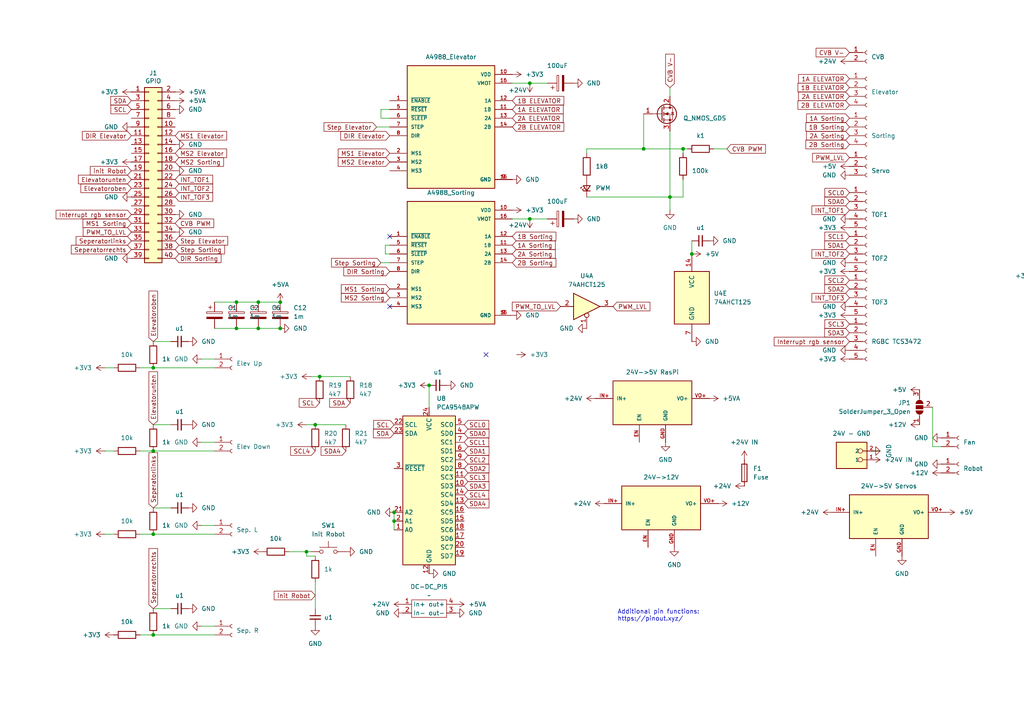
<source format=kicad_sch>
(kicad_sch (version 20250114) (generator "eeschema") (generator_version "9.0")
  (paper "A4")
  (title_block (date "15 nov 2012"))
  (text "Additional pin functions:\nhttps://pinout.xyz/" (at 179.07 180.34 0) (effects (font (size 1.27 1.27)) (justify left bottom)))
  (junction (at 332.74 95.25))
  (junction (at 68.58 95.25))
  (junction (at 334.01 101.6))
  (junction (at 341.63 101.6))
  (junction (at 44.45 184.15))
  (junction (at 44.45 154.94))
  (junction (at 200.66 73.66))
  (junction (at 153.67 24.13))
  (junction (at -39.37 91.44))
  (junction (at 303.53 85.09))
  (junction (at 81.28 95.25))
  (junction (at 124.46 111.76))
  (junction (at 114.3 148.59))
  (junction (at 186.69 43.18))
  (junction (at 332.74 100.33))
  (junction (at 198.12 43.18))
  (junction (at 92.71 109.22))
  (junction (at 341.63 80.01))
  (junction (at 320.04 114.3))
  (junction (at 309.88 80.01))
  (junction (at 303.53 80.01))
  (junction (at 91.44 123.19))
  (junction (at 88.9 160.02))
  (junction (at 332.74 88.9))
  (junction (at -39.37 59.69))
  (junction (at 332.74 93.98))
  (junction (at 74.93 95.25))
  (junction (at 317.5 114.3))
  (junction (at 44.45 130.81))
  (junction (at 114.3 151.13))
  (junction (at -39.37 76.2))
  (junction (at 194.31 57.15))
  (junction (at 81.28 87.63))
  (junction (at 44.45 106.68))
  (junction (at 153.67 63.5))
  (junction (at 74.93 87.63))
  (junction (at 330.2 114.3))
  (junction (at 334.01 114.3))
  (junction (at 68.58 87.63))
  (no_connect (at 307.34 100.33))
  (no_connect (at 140.97 102.87))
  (no_connect (at 307.34 102.87))
  (no_connect (at 113.03 88.9))
  (no_connect (at 113.03 68.58))
  (no_connect (at 307.34 96.52))
  (wire (pts (xy 199.39 43.18) (xy 198.12 43.18)))
  (wire (pts (xy 40.64 130.81) (xy 44.45 130.81)))
  (wire (pts (xy 110.49 31.75) (xy 110.49 34.29)))
  (wire (pts (xy 332.74 95.25) (xy 337.82 95.25)))
  (wire (pts (xy 330.2 91.44) (xy 330.2 88.9)))
  (wire (pts (xy 91.44 123.19) (xy 100.33 123.19)))
  (wire (pts (xy 341.63 106.68) (xy 341.63 114.3)))
  (wire (pts (xy 337.82 96.52) (xy 337.82 95.25)))
  (wire (pts (xy 349.25 88.9) (xy 345.44 88.9)))
  (wire (pts (xy 332.74 100.33) (xy 337.82 100.33)))
  (wire (pts (xy 110.49 34.29) (xy 113.03 34.29)))
  (wire (pts (xy 186.69 33.02) (xy 186.69 43.18)))
  (wire (pts (xy 92.71 109.22) (xy 101.6 109.22)))
  (wire (pts (xy 320.04 80.01) (xy 341.63 80.01)))
  (wire (pts (xy 345.44 93.98) (xy 347.98 93.98)))
  (wire (pts (xy 320.04 86.36) (xy 320.04 80.01)))
  (wire (pts (xy 270.51 129.54) (xy 270.51 118.11)))
  (wire (pts (xy 44.45 130.81) (xy 62.23 130.81)))
  (wire (pts (xy 334.01 114.3) (xy 330.2 114.3)))
  (wire (pts (xy 62.23 87.63) (xy 68.58 87.63)))
  (wire (pts (xy 255.27 130.81) (xy 252.73 130.81)))
  (wire (pts (xy 307.34 106.68) (xy 307.34 109.22)))
  (wire (pts (xy 91.44 161.29) (xy 88.9 161.29)))
  (wire (pts (xy 153.67 63.5) (xy 158.75 63.5)))
  (wire (pts (xy 303.53 85.09) (xy 309.88 85.09)))
  (wire (pts (xy 68.58 87.63) (xy 74.93 87.63)))
  (wire (pts (xy 113.03 31.75) (xy 110.49 31.75)))
  (wire (pts (xy 40.64 154.94) (xy 44.45 154.94)))
  (wire (pts (xy 58.42 181.61) (xy 62.23 181.61)))
  (wire (pts (xy 341.63 80.01) (xy 351.79 80.01)))
  (wire (pts (xy 148.59 63.5) (xy 153.67 63.5)))
  (wire (pts (xy 346.71 102.87) (xy 346.71 96.52)))
  (wire (pts (xy 111.76 71.12) (xy 111.76 73.66)))
  (wire (pts (xy 153.67 24.13) (xy 158.75 24.13)))
  (wire (pts (xy 74.93 95.25) (xy 81.28 95.25)))
  (wire (pts (xy 30.48 106.68) (xy 33.02 106.68)))
  (wire (pts (xy 114.3 148.59) (xy 114.3 151.13)))
  (wire (pts (xy 345.44 105.41) (xy 351.79 105.41)))
  (wire (pts (xy 320.04 110.49) (xy 320.04 114.3)))
  (wire (pts (xy -31.75 97.79) (xy -39.37 97.79)))
  (wire (pts (xy 330.2 93.98) (xy 332.74 93.98)))
  (wire (pts (xy 44.45 154.94) (xy 62.23 154.94)))
  (wire (pts (xy 170.18 57.15) (xy 194.31 57.15)))
  (wire (pts (xy 351.79 95.25) (xy 360.68 95.25)))
  (wire (pts (xy 255.27 133.35) (xy 252.73 133.35)))
  (wire (pts (xy 113.03 71.12) (xy 111.76 71.12)))
  (wire (pts (xy 307.34 114.3) (xy 317.5 114.3)))
  (wire (pts (xy -39.37 82.55) (xy -39.37 76.2)))
  (wire (pts (xy 330.2 99.06) (xy 330.2 100.33)))
  (wire (pts (xy 44.45 123.19) (xy 49.53 123.19)))
  (wire (pts (xy 200.66 69.85) (xy 200.66 73.66)))
  (wire (pts (xy 317.5 114.3) (xy 317.5 110.49)))
  (wire (pts (xy 194.31 25.4) (xy 194.31 27.94)))
  (wire (pts (xy 194.31 57.15) (xy 194.31 60.96)))
  (wire (pts (xy 337.82 99.06) (xy 337.82 100.33)))
  (wire (pts (xy 62.23 95.25) (xy 68.58 95.25)))
  (wire (pts (xy 68.58 95.25) (xy 74.93 95.25)))
  (wire (pts (xy 88.9 161.29) (xy 88.9 160.02)))
  (wire (pts (xy 58.42 152.4) (xy 62.23 152.4)))
  (wire (pts (xy 332.74 88.9) (xy 337.82 88.9)))
  (wire (pts (xy 44.45 99.06) (xy 49.53 99.06)))
  (wire (pts (xy 74.93 87.63) (xy 81.28 87.63)))
  (wire (pts (xy -39.37 91.44) (xy -39.37 97.79)))
  (wire (pts (xy 111.76 73.66) (xy 113.03 73.66)))
  (wire (pts (xy -39.37 66.04) (xy -39.37 59.69)))
  (wire (pts (xy 194.31 57.15) (xy 198.12 57.15)))
  (wire (pts (xy 349.25 88.9) (xy 349.25 97.79)))
  (wire (pts (xy 332.74 93.98) (xy 337.82 93.98)))
  (wire (pts (xy 194.31 38.1) (xy 194.31 57.15)))
  (wire (pts (xy -31.75 82.55) (xy -39.37 82.55)))
  (wire (pts (xy 90.17 160.02) (xy 88.9 160.02)))
  (wire (pts (xy 124.46 111.76) (xy 124.46 118.11)))
  (wire (pts (xy 109.22 36.83) (xy 113.03 36.83)))
  (wire (pts (xy 330.2 95.25) (xy 332.74 95.25)))
  (wire (pts (xy 309.88 80.01) (xy 317.5 80.01)))
  (wire (pts (xy 88.9 123.19) (xy 91.44 123.19)))
  (wire (pts (xy 186.69 43.18) (xy 198.12 43.18)))
  (wire (pts (xy 91.44 168.91) (xy 91.44 176.53)))
  (wire (pts (xy 170.18 43.18) (xy 170.18 44.45)))
  (wire (pts (xy 207.01 43.18) (xy 210.82 43.18)))
  (wire (pts (xy 44.45 184.15) (xy 62.23 184.15)))
  (wire (pts (xy 330.2 114.3) (xy 320.04 114.3)))
  (wire (pts (xy 44.45 176.53) (xy 49.53 176.53)))
  (wire (pts (xy 347.98 100.33) (xy 351.79 100.33)))
  (wire (pts (xy 351.79 80.01) (xy 351.79 92.71)))
  (wire (pts (xy 198.12 57.15) (xy 198.12 52.07)))
  (wire (pts (xy 88.9 160.02) (xy 83.82 160.02)))
  (wire (pts (xy 334.01 106.68) (xy 334.01 114.3)))
  (wire (pts (xy 317.5 80.01) (xy 317.5 86.36)))
  (wire (pts (xy 351.79 102.87) (xy 346.71 102.87)))
  (wire (pts (xy 330.2 100.33) (xy 332.74 100.33)))
  (wire (pts (xy 334.01 101.6) (xy 341.63 101.6)))
  (wire (pts (xy 341.63 114.3) (xy 334.01 114.3)))
  (wire (pts (xy 40.64 184.15) (xy 44.45 184.15)))
  (wire (pts (xy 90.17 109.22) (xy 92.71 109.22)))
  (wire (pts (xy 347.98 93.98) (xy 347.98 100.33)))
  (wire (pts (xy 346.71 96.52) (xy 345.44 96.52)))
  (wire (pts (xy 320.04 114.3) (xy 317.5 114.3)))
  (wire (pts (xy -31.75 66.04) (xy -39.37 66.04)))
  (wire (pts (xy 170.18 43.18) (xy 186.69 43.18)))
  (wire (pts (xy 110.49 76.2) (xy 113.03 76.2)))
  (wire (pts (xy 44.45 106.68) (xy 62.23 106.68)))
  (wire (pts (xy 349.25 97.79) (xy 351.79 97.79)))
  (wire (pts (xy 30.48 130.81) (xy 33.02 130.81)))
  (wire (pts (xy 330.2 96.52) (xy 330.2 95.25)))
  (wire (pts (xy 198.12 43.18) (xy 198.12 44.45)))
  (wire (pts (xy 273.05 129.54) (xy 270.51 129.54)))
  (wire (pts (xy 44.45 147.32) (xy 49.53 147.32)))
  (wire (pts (xy 330.2 101.6) (xy 334.01 101.6)))
  (wire (pts (xy 40.64 106.68) (xy 44.45 106.68)))
  (wire (pts (xy 303.53 80.01) (xy 309.88 80.01)))
  (wire (pts (xy 341.63 80.01) (xy 341.63 101.6)))
  (wire (pts (xy 114.3 151.13) (xy 114.3 153.67)))
  (wire (pts (xy 330.2 104.14) (xy 330.2 114.3)))
  (wire (pts (xy 58.42 128.27) (xy 62.23 128.27)))
  (wire (pts (xy 330.2 88.9) (xy 332.74 88.9)))
  (wire (pts (xy 345.44 99.06) (xy 345.44 105.41)))
  (wire (pts (xy 148.59 24.13) (xy 153.67 24.13)))
  (wire (pts (xy 58.42 104.14) (xy 62.23 104.14)))
  (wire (pts (xy 30.48 154.94) (xy 33.02 154.94)))
  (global_label "SCL3" (shape input) (at 134.62 138.43 0) (property "Intersheetrefs" "${INTERSHEET_REFS}" (effects (hide yes))))
  (global_label "INT_TOF3" (shape input) (at 246.38 86.36 180) (property "Intersheetrefs" "${INTERSHEET_REFS}" (effects (hide yes))))
  (global_label "SDA4" (shape input) (at 134.62 146.05 0) (property "Intersheetrefs" "${INTERSHEET_REFS}" (effects (hide yes))))
  (global_label "2B Sorting" (shape input) (at 246.38 41.91 180) (property "Intersheetrefs" "${INTERSHEET_REFS}" (effects (hide yes))))
  (global_label "INT_TOF1" (shape input) (at 246.38 60.96 180) (property "Intersheetrefs" "${INTERSHEET_REFS}" (effects (hide yes))))
  (global_label "1A Sorting" (shape input) (at 148.59 71.12 0) (property "Intersheetrefs" "${INTERSHEET_REFS}" (effects (hide yes))))
  (global_label "2A ELEVATOR" (shape input) (at 246.38 27.94 180) (property "Intersheetrefs" "${INTERSHEET_REFS}" (effects (hide yes))))
  (global_label "INT_TOF3" (shape input) (at 50.8 57.15 0) (property "Intersheetrefs" "${INTERSHEET_REFS}" (effects (hide yes))))
  (global_label "MS1 Sorting" (shape input) (at 113.03 83.82 180) (property "Intersheetrefs" "${INTERSHEET_REFS}" (effects (hide yes))))
  (global_label "PWM_TO_LVL" (shape input) (at 162.56 88.9 180) (property "Intersheetrefs" "${INTERSHEET_REFS}" (effects (hide yes))))
  (global_label "SCL0" (shape input) (at 134.62 123.19 0) (property "Intersheetrefs" "${INTERSHEET_REFS}" (effects (hide yes))))
  (global_label "Elevatorunten" (shape input) (at 38.1 52.07 180) (property "Intersheetrefs" "${INTERSHEET_REFS}" (effects (hide yes))))
  (global_label "MS1 Sorting" (shape input) (at 38.1 64.77 180) (property "Intersheetrefs" "${INTERSHEET_REFS}" (effects (hide yes))))
  (global_label "Seperatorrechts" (shape input) (at 44.45 176.53 90) (property "Intersheetrefs" "${INTERSHEET_REFS}" (effects (hide yes))))
  (global_label "1B Sorting" (shape input) (at 246.38 36.83 180) (property "Intersheetrefs" "${INTERSHEET_REFS}" (effects (hide yes))))
  (global_label "CVB PWM" (shape input) (at 50.8 64.77 0) (property "Intersheetrefs" "${INTERSHEET_REFS}" (effects (hide yes))))
  (global_label "Step Sorting" (shape input) (at 110.49 76.2 180) (property "Intersheetrefs" "${INTERSHEET_REFS}" (effects (hide yes))))
  (global_label "SDA0" (shape input) (at 134.62 125.73 0) (property "Intersheetrefs" "${INTERSHEET_REFS}" (effects (hide yes))))
  (global_label "Seperatorlinks" (shape input) (at 38.1 69.85 180) (property "Intersheetrefs" "${INTERSHEET_REFS}" (effects (hide yes))))
  (global_label "CVB V-" (shape input) (at 246.38 15.24 180) (property "Intersheetrefs" "${INTERSHEET_REFS}" (effects (hide yes))))
  (global_label "Seperatorrechts" (shape input) (at 38.1 72.39 180) (property "Intersheetrefs" "${INTERSHEET_REFS}" (effects (hide yes))))
  (global_label "DIR Elevator" (shape input) (at 38.1 39.37 180) (property "Intersheetrefs" "${INTERSHEET_REFS}" (effects (hide yes))))
  (global_label "init Robot" (shape input) (at 38.1 49.53 180) (property "Intersheetrefs" "${INTERSHEET_REFS}" (effects (hide yes))))
  (global_label "SCL" (shape input) (at 92.71 116.84 180) (property "Intersheetrefs" "${INTERSHEET_REFS}" (effects (hide yes))))
  (global_label "SDA2" (shape input) (at 134.62 135.89 0) (property "Intersheetrefs" "${INTERSHEET_REFS}" (effects (hide yes))))
  (global_label "Interrupt rgb sensor" (shape input) (at 38.1 62.23 180) (property "Intersheetrefs" "${INTERSHEET_REFS}" (effects (hide yes))))
  (global_label "2B Sorting" (shape input) (at 148.59 76.2 0) (property "Intersheetrefs" "${INTERSHEET_REFS}" (effects (hide yes))))
  (global_label "CVB V-" (shape input) (at 194.31 25.4 90) (property "Intersheetrefs" "${INTERSHEET_REFS}" (effects (hide yes))))
  (global_label "Interrupt rgb sensor" (shape input) (at 246.38 99.06 180) (property "Intersheetrefs" "${INTERSHEET_REFS}" (effects (hide yes))))
  (global_label "Elevatoroben" (shape input) (at 44.45 99.06 90) (property "Intersheetrefs" "${INTERSHEET_REFS}" (effects (hide yes))))
  (global_label "DIR Elevator" (shape input) (at 113.03 39.37 180) (property "Intersheetrefs" "${INTERSHEET_REFS}" (effects (hide yes))))
  (global_label "DIR Sorting" (shape input) (at 50.8 74.93 0) (property "Intersheetrefs" "${INTERSHEET_REFS}" (effects (hide yes))))
  (global_label "Step Sorting" (shape input) (at 50.8 72.39 0) (property "Intersheetrefs" "${INTERSHEET_REFS}" (effects (hide yes))))
  (global_label "2B ELEVATOR" (shape input) (at 148.59 36.83 0) (property "Intersheetrefs" "${INTERSHEET_REFS}" (effects (hide yes))))
  (global_label "SDA3" (shape input) (at 134.62 140.97 0) (property "Intersheetrefs" "${INTERSHEET_REFS}" (effects (hide yes))))
  (global_label "PWM_LVL" (shape input) (at 177.8 88.9 0) (property "Intersheetrefs" "${INTERSHEET_REFS}" (effects (hide yes))))
  (global_label "SDA" (shape input) (at 38.1 29.21 180) (property "Intersheetrefs" "${INTERSHEET_REFS}" (effects (hide yes))))
  (global_label "SCL1" (shape input) (at 134.62 128.27 0) (property "Intersheetrefs" "${INTERSHEET_REFS}" (effects (hide yes))))
  (global_label "DIR Sorting" (shape input) (at 113.03 78.74 180) (property "Intersheetrefs" "${INTERSHEET_REFS}" (effects (hide yes))))
  (global_label "SDA3" (shape input) (at 246.38 96.52 180) (property "Intersheetrefs" "${INTERSHEET_REFS}" (effects (hide yes))))
  (global_label "SDA4" (shape input) (at 307.34 93.98 180) (property "Intersheetrefs" "${INTERSHEET_REFS}" (effects (hide yes))))
  (global_label "SDA4" (shape input) (at 100.33 130.81 180) (property "Intersheetrefs" "${INTERSHEET_REFS}" (effects (hide yes))))
  (global_label "SDA2" (shape input) (at 246.38 83.82 180) (property "Intersheetrefs" "${INTERSHEET_REFS}" (effects (hide yes))))
  (global_label "PWM_TO_LVL" (shape input) (at 38.1 67.31 180) (property "Intersheetrefs" "${INTERSHEET_REFS}" (effects (hide yes))))
  (global_label "PWM_LVL" (shape input) (at 246.38 45.72 180) (property "Intersheetrefs" "${INTERSHEET_REFS}" (effects (hide yes))))
  (global_label "Step Elevator" (shape input) (at 109.22 36.83 180) (property "Intersheetrefs" "${INTERSHEET_REFS}" (effects (hide yes))))
  (global_label "SCL" (shape input) (at 114.3 123.19 180) (property "Intersheetrefs" "${INTERSHEET_REFS}" (effects (hide yes))))
  (global_label "Seperatorlinks" (shape input) (at 44.45 147.32 90) (property "Intersheetrefs" "${INTERSHEET_REFS}" (effects (hide yes))))
  (global_label "2B ELEVATOR" (shape input) (at 246.38 30.48 180) (property "Intersheetrefs" "${INTERSHEET_REFS}" (effects (hide yes))))
  (global_label "Elevatoroben" (shape input) (at 38.1 54.61 180) (property "Intersheetrefs" "${INTERSHEET_REFS}" (effects (hide yes))))
  (global_label "init Robot" (shape input) (at 91.44 172.72 180) (property "Intersheetrefs" "${INTERSHEET_REFS}" (effects (hide yes))))
  (global_label "SCL3" (shape input) (at 246.38 93.98 180) (property "Intersheetrefs" "${INTERSHEET_REFS}" (effects (hide yes))))
  (global_label "SDA1" (shape input) (at 134.62 130.81 0) (property "Intersheetrefs" "${INTERSHEET_REFS}" (effects (hide yes))))
  (global_label "MS1 Elevator" (shape input) (at 50.8 39.37 0) (property "Intersheetrefs" "${INTERSHEET_REFS}" (effects (hide yes))))
  (global_label "MS1 Elevator" (shape input) (at 113.03 44.45 180) (property "Intersheetrefs" "${INTERSHEET_REFS}" (effects (hide yes))))
  (global_label "INT_TOF1" (shape input) (at 50.8 52.07 0) (property "Intersheetrefs" "${INTERSHEET_REFS}" (effects (hide yes))))
  (global_label "SCL2" (shape input) (at 134.62 133.35 0) (property "Intersheetrefs" "${INTERSHEET_REFS}" (effects (hide yes))))
  (global_label "SCL4" (shape input) (at 134.62 143.51 0) (property "Intersheetrefs" "${INTERSHEET_REFS}" (effects (hide yes))))
  (global_label "1A ELEVATOR" (shape input) (at 148.59 31.75 0) (property "Intersheetrefs" "${INTERSHEET_REFS}" (effects (hide yes))))
  (global_label "SCL1" (shape input) (at 246.38 68.58 180) (property "Intersheetrefs" "${INTERSHEET_REFS}" (effects (hide yes))))
  (global_label "MS2 Elevator" (shape input) (at 50.8 44.45 0) (property "Intersheetrefs" "${INTERSHEET_REFS}" (effects (hide yes))))
  (global_label "1A Sorting" (shape input) (at 246.38 34.29 180) (property "Intersheetrefs" "${INTERSHEET_REFS}" (effects (hide yes))))
  (global_label "Step Elevator" (shape input) (at 50.8 69.85 0) (property "Intersheetrefs" "${INTERSHEET_REFS}" (effects (hide yes))))
  (global_label "SCL" (shape input) (at 38.1 31.75 180) (property "Intersheetrefs" "${INTERSHEET_REFS}" (effects (hide yes))))
  (global_label "2A Sorting" (shape input) (at 246.38 39.37 180) (property "Intersheetrefs" "${INTERSHEET_REFS}" (effects (hide yes))))
  (global_label "1B ELEVATOR" (shape input) (at 148.59 29.21 0) (property "Intersheetrefs" "${INTERSHEET_REFS}" (effects (hide yes))))
  (global_label "MS2 Sorting" (shape input) (at 113.03 86.36 180) (property "Intersheetrefs" "${INTERSHEET_REFS}" (effects (hide yes))))
  (global_label "SDA" (shape input) (at 101.6 116.84 180) (property "Intersheetrefs" "${INTERSHEET_REFS}" (effects (hide yes))))
  (global_label "MS2 Elevator" (shape input) (at 113.03 46.99 180) (property "Intersheetrefs" "${INTERSHEET_REFS}" (effects (hide yes))))
  (global_label "INT_TOF2" (shape input) (at 50.8 54.61 0) (property "Intersheetrefs" "${INTERSHEET_REFS}" (effects (hide yes))))
  (global_label "CVB PWM" (shape input) (at 210.82 43.18 0) (property "Intersheetrefs" "${INTERSHEET_REFS}" (effects (hide yes))))
  (global_label "SCL2" (shape input) (at 246.38 81.28 180) (property "Intersheetrefs" "${INTERSHEET_REFS}" (effects (hide yes))))
  (global_label "1B ELEVATOR" (shape input) (at 246.38 25.4 180) (property "Intersheetrefs" "${INTERSHEET_REFS}" (effects (hide yes))))
  (global_label "Elevatorunten" (shape input) (at 44.45 123.19 90) (property "Intersheetrefs" "${INTERSHEET_REFS}" (effects (hide yes))))
  (global_label "SCL4" (shape input) (at 307.34 91.44 180) (property "Intersheetrefs" "${INTERSHEET_REFS}" (effects (hide yes))))
  (global_label "SDA0" (shape input) (at 246.38 58.42 180) (property "Intersheetrefs" "${INTERSHEET_REFS}" (effects (hide yes))))
  (global_label "INT_TOF2" (shape input) (at 246.38 73.66 180) (property "Intersheetrefs" "${INTERSHEET_REFS}" (effects (hide yes))))
  (global_label "1A ELEVATOR" (shape input) (at 246.38 22.86 180) (property "Intersheetrefs" "${INTERSHEET_REFS}" (effects (hide yes))))
  (global_label "2A ELEVATOR" (shape input) (at 148.59 34.29 0) (property "Intersheetrefs" "${INTERSHEET_REFS}" (effects (hide yes))))
  (global_label "SCL0" (shape input) (at 246.38 55.88 180) (property "Intersheetrefs" "${INTERSHEET_REFS}" (effects (hide yes))))
  (global_label "SDA1" (shape input) (at 246.38 71.12 180) (property "Intersheetrefs" "${INTERSHEET_REFS}" (effects (hide yes))))
  (global_label "2A Sorting" (shape input) (at 148.59 73.66 0) (property "Intersheetrefs" "${INTERSHEET_REFS}" (effects (hide yes))))
  (global_label "MS2 Sorting" (shape input) (at 50.8 46.99 0) (property "Intersheetrefs" "${INTERSHEET_REFS}" (effects (hide yes))))
  (global_label "1B Sorting" (shape input) (at 148.59 68.58 0) (property "Intersheetrefs" "${INTERSHEET_REFS}" (effects (hide yes))))
  (global_label "SCL4" (shape input) (at 91.44 130.81 180) (property "Intersheetrefs" "${INTERSHEET_REFS}" (effects (hide yes))))
  (global_label "SDA" (shape input) (at 114.3 125.73 180) (property "Intersheetrefs" "${INTERSHEET_REFS}" (effects (hide yes))))
  (symbol (lib_id "Connector_Generic:Conn_02x20_Odd_Even") (at 43.18 49.53 0) (unit 1)
    (property "Reference" "J1" (at 44.45 21.1898 0))
    (property "Value" "GPIO" (at 44.45 23.495 0))
    (property "Footprint" "Connector_PinSocket_2.54mm:PinSocket_2x20_P2.54mm_Vertical" (effects (hide yes)))
    (property "Description" "Generic connector, double row, 02x20, odd/even pin numbering scheme (row 1 odd numbers, row 2 even numbers), script generated (kicad-library-utils/schlib/autogen/connector/)" (effects (hide yes)))
  )
  (symbol (lib_id "Device:R") (at 198.12 48.26 180) (unit 1)
    (property "Reference" "R3" (effects (hide yes)))
    (property "Value" "100k" (at 200.66 49.5299 0) (effects (justify right)))
    (property "Footprint" "Resistor_SMD:R_0805_2012Metric_Pad1.20x1.40mm_HandSolder" (effects (hide yes)))
    (property "Description" "Resistor" (effects (hide yes)))
  )
  (symbol (lib_id "Connector:Conn_01x05_Socket") (at 251.46 60.96 0) (unit 1)
    (property "Reference" "J19" (effects (hide yes)))
    (property "Value" "TOF1" (at 252.73 62.2299 0) (effects (justify left)))
    (property "Footprint" "Connector_JST:JST_XH_B5B-XH-A_1x05_P2.50mm_Vertical" (effects (hide yes)))
    (property "Description" "Generic connector, single row, 01x05, script generated" (effects (hide yes)))
  )
  (symbol (lib_id "power:GND") (at 246.38 76.2 270) (unit 1)
    (property "Reference" "#PWR046" (effects (hide yes)))
    (property "Value" "GND" (at 242.57 76.1999 90) (effects (justify right)))
    (property "Description" "Power symbol creates a global label with name \"GND\" , ground" (effects (hide yes)))
  )
  (symbol (lib_id "power:GND") (at 303.53 85.09 0) (unit 1)
    (property "Reference" "#PWR025" (effects (hide yes)))
    (property "Value" "GND" (at 303.53 90.17 0))
    (property "Description" "Power symbol creates a global label with name \"GND\" , ground" (effects (hide yes)))
  )
  (symbol (lib_id "power:GND") (at 50.8 49.53 90) (unit 1)
    (property "Reference" "#PWR074" (effects (hide yes)))
    (property "Value" "GND" (at 54.61 49.5299 90) (effects (justify right)))
    (property "Description" "Power symbol creates a global label with name \"GND\" , ground" (effects (hide yes)))
  )
  (symbol (lib_id "power:GND") (at 273.05 127 270) (unit 1)
    (property "Reference" "#PWR075" (effects (hide yes)))
    (property "Value" "GND" (at 269.24 126.9999 90) (effects (justify right)))
    (property "Description" "Power symbol creates a global label with name \"GND\" , ground" (effects (hide yes)))
  )
  (symbol (lib_id "power:+12V") (at 273.05 137.16 90) (unit 1)
    (property "Reference" "#PWR048" (effects (hide yes)))
    (property "Value" "+12V" (at 269.24 137.1599 90) (effects (justify left)))
    (property "Description" "Power symbol creates a global label with name \"+12V\"" (effects (hide yes)))
  )
  (symbol (lib_id "power:GND") (at 91.44 181.61 0) (unit 1)
    (property "Reference" "#PWR070" (effects (hide yes)))
    (property "Value" "GND" (at 91.44 186.69 0))
    (property "Description" "Power symbol creates a global label with name \"GND\" , ground" (effects (hide yes)))
  )
  (symbol (lib_id "power:GND") (at 246.38 101.6 270) (unit 1)
    (property "Reference" "#PWR06" (effects (hide yes)))
    (property "Value" "GND" (at 242.57 101.5999 90) (effects (justify right)))
    (property "Description" "Power symbol creates a global label with name \"GND\" , ground" (effects (hide yes)))
  )
  (symbol (lib_id "Device:C_Small") (at 52.07 123.19 90) (unit 1)
    (property "Reference" "C8" (effects (hide yes)))
    (property "Value" "u1" (at 52.0763 119.38 90))
    (property "Footprint" "Capacitor_SMD:C_0805_2012Metric_Pad1.18x1.45mm_HandSolder" (effects (hide yes)))
    (property "Description" "Unpolarized capacitor, small symbol" (effects (hide yes)))
  )
  (symbol (lib_id "power:+5V") (at 274.32 148.59 270) (unit 1)
    (property "Reference" "#PWR027" (effects (hide yes)))
    (property "Value" "+5V" (at 278.13 148.5899 90) (effects (justify left)))
    (property "Description" "Power symbol creates a global label with name \"+5V\"" (effects (hide yes)))
  )
  (symbol (lib_id "Device:C_Polarized") (at 62.23 91.44 0) (unit 1)
    (property "Reference" "C1" (at 66.04 89.2809 0) (effects (justify left)))
    (property "Value" "1m" (at 66.04 91.8209 0) (effects (justify left)))
    (property "Footprint" "Capacitor_THT:CP_Radial_D8.0mm_P5.00mm" (effects (hide yes)))
    (property "Description" "Polarized capacitor" (effects (hide yes)))
  )
  (symbol (lib_id "power:+24V") (at 252.73 133.35 270) (unit 1)
    (property "Reference" "#PWR056" (effects (hide yes)))
    (property "Value" "+24V IN" (at 256.54 133.3499 90) (effects (justify left)))
    (property "Description" "Power symbol creates a global label with name \"+24V\"" (effects (hide yes)))
  )
  (symbol (lib_id "Motor:Fan") (at -58.42 85.09 0) (unit 1)
    (property "Reference" "M1" (at -52.07 83.8199 0) (effects (justify left)))
    (property "Value" "Fan" (at -52.07 86.3599 0) (effects (justify left)))
    (property "Footprint" "liebler_MECH:FAN2507" (effects (hide yes)))
    (property "Description" "Fan" (effects (hide yes)))
  )
  (symbol (lib_id "Connector:Conn_01x04_Socket") (at 251.46 25.4 0) (unit 1)
    (property "Reference" "J8" (effects (hide yes)))
    (property "Value" "Elevator" (at 252.73 26.6699 0) (effects (justify left)))
    (property "Footprint" "Connector_JST:JST_XH_B4B-XH-A_1x04_P2.50mm_Vertical" (effects (hide yes)))
    (property "Description" "Generic connector, single row, 01x04, script generated" (effects (hide yes)))
  )
  (symbol (lib_id "power:+3V3") (at 30.48 106.68 90) (unit 1)
    (property "Reference" "#PWR030" (effects (hide yes)))
    (property "Value" "+3V3" (at 26.67 106.6799 90) (effects (justify left)))
    (property "Description" "Power symbol creates a global label with name \"+3V3\"" (effects (hide yes)))
  )
  (symbol (lib_id "HW-613:HW-613") (at 193.04 143.51 0) (unit 1)
    (property "Reference" "U6" (effects (hide yes)))
    (property "Value" "24V->12V" (at 191.77 138.43 0))
    (property "Footprint" "liebler_MODULES:DCDC_HW613" (effects (hide yes)))
    (property "MF" "Not Specified" (effects (hide yes)))
    (property "Description_1" "RES 13M OHM 2% 1/2W AXIAL" (effects (hide yes)))
    (property "Package" "None" (effects (hide yes)))
    (property "Price" "None" (effects (hide yes)))
    (property "SnapEDA_Link" "https://www.snapeda.com/parts/HW613/CIF/view-part/?ref=snap" (effects (hide yes)))
    (property "MP" "HW613" (effects (hide yes)))
    (property "Availability" "Not in stock" (effects (hide yes)))
    (property "Check_prices" "https://www.snapeda.com/parts/HW613/CIF/view-part/?ref=eda" (effects (hide yes)))
  )
  (symbol (lib_id "Device:R") (at 341.63 88.9 270) (unit 1)
    (property "Reference" "R4" (effects (hide yes)))
    (property "Value" "51R" (at 341.63 88.9 90))
    (property "Footprint" "Resistor_SMD:R_0805_2012Metric_Pad1.20x1.40mm_HandSolder" (effects (hide yes)))
    (property "Description" "Resistor" (effects (hide yes)))
  )
  (symbol (lib_id "power:+3V3") (at 38.1 26.67 90) (unit 1)
    (property "Reference" "#PWR021" (effects (hide yes)))
    (property "Value" "+3V3" (at 34.29 26.6699 90) (effects (justify left)))
    (property "Description" "Power symbol creates a global label with name \"+3V3\"" (effects (hide yes)))
  )
  (symbol (lib_id "power:+3V3") (at 90.17 109.22 90) (mirror x) (unit 1)
    (property "Reference" "#PWR044" (effects (hide yes)))
    (property "Value" "+3V3" (at 86.36 109.2201 90) (effects (justify left)))
    (property "Description" "Power symbol creates a global label with name \"+3V3\"" (effects (hide yes)))
  )
  (symbol (lib_id "power:+3V3") (at 148.59 21.59 270) (unit 1)
    (property "Reference" "#PWR033" (effects (hide yes)))
    (property "Value" "+3V3" (at 152.4 21.5899 90) (effects (justify left)))
    (property "Description" "Power symbol creates a global label with name \"+3V3\"" (effects (hide yes)))
  )
  (symbol (lib_id "power:+12V") (at 208.28 146.05 270) (unit 1)
    (property "Reference" "#PWR028" (effects (hide yes)))
    (property "Value" "+12V" (at 212.09 146.0499 90) (effects (justify left)))
    (property "Description" "Power symbol creates a global label with name \"+12V\"" (effects (hide yes)))
  )
  (symbol (lib_id "Connector_Generic:Conn_01x06") (at 356.87 100.33 0) (mirror x) (unit 1)
    (property "Reference" "J3" (at 359.41 100.3301 0) (effects (justify left)))
    (property "Value" "Weight Sensor" (at 359.41 97.7901 0) (effects (justify left)))
    (property "Footprint" "Connector_JST:JST_XH_B6B-XH-A_1x06_P2.50mm_Vertical" (effects (hide yes)))
    (property "Description" "Generic connector, single row, 01x06, script generated (kicad-library-utils/schlib/autogen/connector/)" (effects (hide yes)))
  )
  (symbol (lib_id "Transistor_FET:Q_NMOS_GDS") (at 191.77 33.02 0) (unit 1)
    (property "Reference" "Q3" (effects (hide yes)))
    (property "Value" "Q_NMOS_GDS" (at 198.12 34.2899 0) (effects (justify left)))
    (property "Footprint" "Package_TO_SOT_THT:TO-220-3_Vertical" (effects (hide yes)))
    (property "Description" "N-MOSFET transistor, gate/drain/source" (effects (hide yes)))
  )
  (symbol (lib_id "power:GND") (at 38.1 57.15 270) (unit 1)
    (property "Reference" "#PWR026" (effects (hide yes)))
    (property "Value" "GND" (at 34.29 57.1499 90) (effects (justify right)))
    (property "Description" "Power symbol creates a global label with name \"GND\" , ground" (effects (hide yes)))
  )
  (symbol (lib_id "power:+5VA") (at 50.8 29.21 270) (unit 1)
    (property "Reference" "#PWR014" (effects (hide yes)))
    (property "Value" "+5VA" (at 54.61 29.2099 90) (effects (justify left)))
    (property "Description" "Power symbol creates a global label with name \"+5VA\"" (effects (hide yes)))
  )
  (symbol (lib_id "Switch:SW_Push") (at 95.25 160.02 0) (unit 1)
    (property "Reference" "SW1" (at 95.25 152.4 0))
    (property "Value" "Init Robot" (at 95.25 154.94 0))
    (property "Footprint" "Button_Switch_THT:SW_PUSH_6mm" (effects (hide yes)))
    (property "Description" "Push button switch, generic, two pins" (effects (hide yes)))
  )
  (symbol (lib_id "Connector:Conn_01x02_Socket") (at 251.46 15.24 0) (unit 1)
    (property "Reference" "J7" (effects (hide yes)))
    (property "Value" "CVB" (at 252.73 16.5099 0) (effects (justify left)))
    (property "Footprint" "Connector_JST:JST_XH_B2B-XH-A_1x02_P2.50mm_Vertical" (effects (hide yes)))
    (property "Description" "Generic connector, single row, 01x02, script generated" (effects (hide yes)))
  )
  (symbol (lib_id "Jumper:SolderJumper_3_Open") (at 266.7 118.11 90) (unit 1) (in_bom no)
    (property "Reference" "JP1" (at 264.16 116.8399 90) (effects (justify left)))
    (property "Value" "SolderJumper_3_Open" (at 264.16 119.3799 90) (effects (justify left)))
    (property "Footprint" "Jumper:SolderJumper-3_P1.3mm_Open_RoundedPad1.0x1.5mm" (effects (hide yes)))
    (property "Description" "Solder Jumper, 3-pole, open" (effects (hide yes)))
  )
  (symbol (lib_id "Device:R") (at 100.33 127 0) (unit 1)
    (property "Reference" "R21" (at 102.87 125.7299 0) (effects (justify left)))
    (property "Value" "4k7" (at 102.87 128.2699 0) (effects (justify left)))
    (property "Footprint" "Resistor_SMD:R_0805_2012Metric_Pad1.20x1.40mm_HandSolder" (effects (hide yes)))
    (property "Description" "Resistor" (effects (hide yes)))
  )
  (symbol (lib_id "Device:R") (at 36.83 154.94 270) (unit 1)
    (property "Reference" "R7" (effects (hide yes)))
    (property "Value" "10k" (at 36.83 151.13 90))
    (property "Footprint" "Resistor_SMD:R_0805_2012Metric_Pad1.20x1.40mm_HandSolder" (effects (hide yes)))
    (property "Description" "Resistor" (effects (hide yes)))
  )
  (symbol (lib_id "Device:R") (at 44.45 180.34 180) (unit 1)
    (property "Reference" "R14" (effects (hide yes)))
    (property "Value" "1k" (at 46.99 181.6099 0) (effects (justify right)))
    (property "Footprint" "Resistor_SMD:R_0805_2012Metric_Pad1.20x1.40mm_HandSolder" (effects (hide yes)))
    (property "Description" "Resistor" (effects (hide yes)))
  )
  (symbol (lib_id "power:GND") (at 54.61 99.06 90) (unit 1)
    (property "Reference" "#PWR063" (effects (hide yes)))
    (property "Value" "GND" (at 58.42 99.0599 90) (effects (justify right)))
    (property "Description" "Power symbol creates a global label with name \"GND\" , ground" (effects (hide yes)))
  )
  (symbol (lib_id "power:+5VA") (at 50.8 26.67 270) (unit 1)
    (property "Reference" "#PWR013" (effects (hide yes)))
    (property "Value" "+5VA" (at 54.61 26.6699 90) (effects (justify left)))
    (property "Description" "Power symbol creates a global label with name \"+5VA\"" (effects (hide yes)))
  )
  (symbol (lib_id "power:+3V3") (at 124.46 111.76 90) (mirror x) (unit 1)
    (property "Reference" "#PWR03" (effects (hide yes)))
    (property "Value" "+3V3" (at 120.65 111.7601 90) (effects (justify left)))
    (property "Description" "Power symbol creates a global label with name \"+3V3\"" (effects (hide yes)))
  )
  (symbol (lib_id "HW-613:HW-613") (at 259.08 146.05 0) (unit 1)
    (property "Reference" "U5" (effects (hide yes)))
    (property "Value" "24V->5V Servos" (at 257.81 140.97 0))
    (property "Footprint" "liebler_MODULES:DCDC_HW613" (effects (hide yes)))
    (property "MF" "Not Specified" (effects (hide yes)))
    (property "Description_1" "RES 13M OHM 2% 1/2W AXIAL" (effects (hide yes)))
    (property "Package" "None" (effects (hide yes)))
    (property "Price" "None" (effects (hide yes)))
    (property "SnapEDA_Link" "https://www.snapeda.com/parts/HW613/CIF/view-part/?ref=snap" (effects (hide yes)))
    (property "MP" "HW613" (effects (hide yes)))
    (property "Availability" "Not in stock" (effects (hide yes)))
    (property "Check_prices" "https://www.snapeda.com/parts/HW613/CIF/view-part/?ref=eda" (effects (hide yes)))
  )
  (symbol (lib_id "Device:R") (at 203.2 43.18 90) (unit 1)
    (property "Reference" "R1" (effects (hide yes)))
    (property "Value" "k1" (at 203.2 39.37 90))
    (property "Footprint" "Resistor_SMD:R_0805_2012Metric_Pad1.20x1.40mm_HandSolder" (effects (hide yes)))
    (property "Description" "Resistor" (effects (hide yes)))
  )
  (symbol (lib_id "Device:LED_Small") (at 170.18 54.61 90) (unit 1)
    (property "Reference" "D1" (effects (hide yes)))
    (property "Value" "PWM" (at 172.72 54.5464 90) (effects (justify right)))
    (property "Footprint" "LED_SMD:LED_0805_2012Metric_Pad1.15x1.40mm_HandSolder" (effects (hide yes)))
    (property "Description" "Light emitting diode, small symbol" (effects (hide yes)))
    (property "Sim.Pin" "1=K 2=A" (effects (hide yes)))
  )
  (symbol (lib_id "power:+3V3") (at 38.1 46.99 90) (unit 1)
    (property "Reference" "#PWR052" (effects (hide yes)))
    (property "Value" "+3V3" (at 34.29 46.9899 90) (effects (justify left)))
    (property "Description" "Power symbol creates a global label with name \"+3V3\"" (effects (hide yes)))
  )
  (symbol (lib_id "power:GND") (at 148.59 52.07 90) (unit 1)
    (property "Reference" "#PWR0102" (effects (hide yes)))
    (property "Value" "GND" (at 152.4 52.0699 90) (effects (justify right)))
    (property "Description" "Power symbol creates a global label with name \"GND\" , ground" (effects (hide yes)))
  )
  (symbol (lib_id "Device:R") (at 44.45 102.87 180) (unit 1)
    (property "Reference" "R10" (effects (hide yes)))
    (property "Value" "1k" (at 46.99 104.1399 0) (effects (justify right)))
    (property "Footprint" "Resistor_SMD:R_0805_2012Metric_Pad1.20x1.40mm_HandSolder" (effects (hide yes)))
    (property "Description" "Resistor" (effects (hide yes)))
  )
  (symbol (lib_id "power:+5VA") (at 132.08 175.26 270) (unit 1)
    (property "Reference" "#PWR034" (effects (hide yes)))
    (property "Value" "+5VA" (at 135.89 175.2599 90) (effects (justify left)))
    (property "Description" "Power symbol creates a global label with name \"+5VA\"" (effects (hide yes)))
  )
  (symbol (lib_id "Connector:Conn_01x05_Socket") (at 251.46 86.36 0) (unit 1)
    (property "Reference" "J17" (effects (hide yes)))
    (property "Value" "TOF3" (at 252.73 87.6299 0) (effects (justify left)))
    (property "Footprint" "Connector_JST:JST_XH_B5B-XH-A_1x05_P2.50mm_Vertical" (effects (hide yes)))
    (property "Description" "Generic connector, single row, 01x05, script generated" (effects (hide yes)))
  )
  (symbol (lib_id "power:GND") (at 320.04 114.3 0) (unit 1)
    (property "Reference" "#PWR010" (effects (hide yes)))
    (property "Value" "GND" (at 320.04 119.38 0))
    (property "Description" "Power symbol creates a global label with name \"GND\" , ground" (effects (hide yes)))
  )
  (symbol (lib_id "power:+3V3") (at 30.48 154.94 90) (unit 1)
    (property "Reference" "#PWR018" (effects (hide yes)))
    (property "Value" "+3V3" (at 26.67 154.9399 90) (effects (justify left)))
    (property "Description" "Power symbol creates a global label with name \"+3V3\"" (effects (hide yes)))
  )
  (symbol (lib_id "power:GND") (at 124.46 166.37 90) (unit 1)
    (property "Reference" "#PWR02" (effects (hide yes)))
    (property "Value" "GND" (at 128.27 166.3699 90) (effects (justify right)))
    (property "Description" "Power symbol creates a global label with name \"GND\" , ground" (effects (hide yes)))
  )
  (symbol (lib_id "74xx:74AHCT125") (at -31.75 91.44 0) (unit 4)
    (property "Reference" "U4" (at -31.75 82.55 0))
    (property "Value" "74AHCT125" (at -31.75 85.09 0))
    (property "Datasheet" "https://www.ti.com/lit/ds/symlink/sn74ahct125.pdf" (effects (hide yes)))
    (property "Description" "Quadruple Bus Buffer Gates With 3-State Outputs" (effects (hide yes)))
  )
  (symbol (lib_id "Device:R") (at 36.83 106.68 270) (unit 1)
    (property "Reference" "R9" (effects (hide yes)))
    (property "Value" "10k" (at 36.83 102.87 90))
    (property "Footprint" "Resistor_SMD:R_0805_2012Metric_Pad1.20x1.40mm_HandSolder" (effects (hide yes)))
    (property "Description" "Resistor" (effects (hide yes)))
  )
  (symbol (lib_id "Device:C_Small") (at 52.07 99.06 90) (unit 1)
    (property "Reference" "C7" (effects (hide yes)))
    (property "Value" "u1" (at 52.0763 95.25 90))
    (property "Footprint" "Capacitor_SMD:C_0805_2012Metric_Pad1.18x1.45mm_HandSolder" (effects (hide yes)))
    (property "Description" "Unpolarized capacitor, small symbol" (effects (hide yes)))
  )
  (symbol (lib_id "power:GND") (at 81.28 95.25 90) (unit 1)
    (property "Reference" "#PWR085" (effects (hide yes)))
    (property "Value" "GND" (at 85.09 95.2499 90) (effects (justify right)))
    (property "Description" "Power symbol creates a global label with name \"GND\" , ground" (effects (hide yes)))
  )
  (symbol (lib_id "A4988_STEPPER_MOTOR_DRIVER_CARRIER:A4988_STEPPER_MOTOR_DRIVER_CARRIER") (at 130.81 76.2 0) (unit 1)
    (property "Reference" "U2" (effects (hide yes)))
    (property "Value" "A4988_Sorting" (at 130.81 55.88 0))
    (property "Footprint" "liebler_MODULES:MODULE_A4988_STEPPER_MOTOR_DRIVER_CARRIER" (effects (hide yes)))
    (property "MF" "Pololu" (effects (hide yes)))
    (property "DESCRIPTION" "Stepper motor controler; IC: A4988; 1A; Uin mot: 8÷35V" (effects (hide yes)))
    (property "PACKAGE" "None" (effects (hide yes)))
    (property "PRICE" "None" (effects (hide yes)))
    (property "Package" "None" (effects (hide yes)))
    (property "Check_prices" "https://www.snapeda.com/parts/A4988%20STEPPER%20MOTOR%20DRIVER%20CARRIER/Pololu/view-part/?ref=eda" (effects (hide yes)))
    (property "Price" "None" (effects (hide yes)))
    (property "SnapEDA_Link" "https://www.snapeda.com/parts/A4988%20STEPPER%20MOTOR%20DRIVER%20CARRIER/Pololu/view-part/?ref=snap" (effects (hide yes)))
    (property "MP" "A4988 STEPPER MOTOR DRIVER CARRIER" (effects (hide yes)))
    (property "Availability" "Not in stock" (effects (hide yes)))
    (property "AVAILABILITY" "Unavailable" (effects (hide yes)))
    (property "Description_1" "Stepper Motor Driver" (effects (hide yes)))
  )
  (symbol (lib_id "power:GND") (at 246.38 63.5 270) (unit 1)
    (property "Reference" "#PWR045" (effects (hide yes)))
    (property "Value" "GND" (at 242.57 63.4999 90) (effects (justify right)))
    (property "Description" "Power symbol creates a global label with name \"GND\" , ground" (effects (hide yes)))
  )
  (symbol (lib_id "power:GND") (at 261.62 161.29 0) (unit 1)
    (property "Reference" "#PWR023" (effects (hide yes)))
    (property "Value" "GND" (at 261.62 166.37 0))
    (property "Description" "Power symbol creates a global label with name \"GND\" , ground" (effects (hide yes)))
  )
  (symbol (lib_id "Device:C_Small") (at 52.07 176.53 90) (unit 1)
    (property "Reference" "C9" (effects (hide yes)))
    (property "Value" "u1" (at 52.0763 172.72 90))
    (property "Footprint" "Capacitor_SMD:C_0805_2012Metric_Pad1.18x1.45mm_HandSolder" (effects (hide yes)))
    (property "Description" "Unpolarized capacitor, small symbol" (effects (hide yes)))
  )
  (symbol (lib_id "power:GND") (at 50.8 31.75 90) (unit 1)
    (property "Reference" "#PWR024" (effects (hide yes)))
    (property "Value" "GND" (at 54.61 31.7499 90) (effects (justify right)))
    (property "Description" "Power symbol creates a global label with name \"GND\" , ground" (effects (hide yes)))
  )
  (symbol (lib_id "power:GND") (at 116.84 177.8 270) (unit 1)
    (property "Reference" "#PWR049" (effects (hide yes)))
    (property "Value" "GND" (at 113.03 177.7999 90) (effects (justify right)))
    (property "Description" "Power symbol creates a global label with name \"GND\" , ground" (effects (hide yes)))
  )
  (symbol (lib_id "power:+5V") (at 200.66 73.66 270) (unit 1)
    (property "Reference" "#PWR069" (effects (hide yes)))
    (property "Value" "+5V" (at 204.47 73.6599 90) (effects (justify left)))
    (property "Description" "Power symbol creates a global label with name \"+5V\"" (effects (hide yes)))
  )
  (symbol (lib_id "power:GND") (at 252.73 130.81 90) (unit 1)
    (property "Reference" "#PWR055" (effects (hide yes)))
    (property "Value" "GND" (at 257.81 130.81 0))
    (property "Description" "Power symbol creates a global label with name \"GND\" , ground" (effects (hide yes)))
  )
  (symbol (lib_id "Device:C_Small") (at 332.74 97.79 0) (unit 1)
    (property "Reference" "C19" (effects (hide yes)))
    (property "Value" "n47" (at 335.28 100.33 90) (effects (justify left)))
    (property "Footprint" "Capacitor_SMD:C_0805_2012Metric_Pad1.18x1.45mm_HandSolder" (effects (hide yes)))
    (property "Description" "Unpolarized capacitor, small symbol" (effects (hide yes)))
  )
  (symbol (lib_id "power:+24V") (at 175.26 146.05 90) (unit 1)
    (property "Reference" "#PWR019" (effects (hide yes)))
    (property "Value" "+24V" (at 171.45 146.0499 90) (effects (justify left)))
    (property "Description" "Power symbol creates a global label with name \"+24V\"" (effects (hide yes)))
  )
  (symbol (lib_id "power:+24V") (at 172.72 115.57 90) (unit 1)
    (property "Reference" "#PWR053" (effects (hide yes)))
    (property "Value" "+24V" (at 168.91 115.5699 90) (effects (justify left)))
    (property "Description" "Power symbol creates a global label with name \"+24V\"" (effects (hide yes)))
  )
  (symbol (lib_id "Device:C_Small") (at 52.07 147.32 90) (unit 1)
    (property "Reference" "C3" (effects (hide yes)))
    (property "Value" "u1" (at 52.0763 143.51 90))
    (property "Footprint" "Capacitor_SMD:C_0805_2012Metric_Pad1.18x1.45mm_HandSolder" (effects (hide yes)))
    (property "Description" "Unpolarized capacitor, small symbol" (effects (hide yes)))
  )
  (symbol (lib_id "power:GND") (at 58.42 181.61 270) (unit 1)
    (property "Reference" "#PWR068" (effects (hide yes)))
    (property "Value" "GND" (at 54.61 181.6099 90) (effects (justify right)))
    (property "Description" "Power symbol creates a global label with name \"GND\" , ground" (effects (hide yes)))
  )
  (symbol (lib_id "power:GND") (at 205.74 69.85 90) (unit 1)
    (property "Reference" "#PWR043" (effects (hide yes)))
    (property "Value" "GND" (at 209.55 69.8499 90) (effects (justify right)))
    (property "Description" "Power symbol creates a global label with name \"GND\" , ground" (effects (hide yes)))
  )
  (symbol (lib_id "Device:R") (at 44.45 151.13 180) (unit 1)
    (property "Reference" "R8" (effects (hide yes)))
    (property "Value" "1k" (at 46.99 152.3999 0) (effects (justify right)))
    (property "Footprint" "Resistor_SMD:R_0805_2012Metric_Pad1.20x1.40mm_HandSolder" (effects (hide yes)))
    (property "Description" "Resistor" (effects (hide yes)))
  )
  (symbol (lib_id "Device:R") (at 36.83 184.15 270) (unit 1)
    (property "Reference" "R13" (effects (hide yes)))
    (property "Value" "10k" (at 36.83 180.34 90))
    (property "Footprint" "Resistor_SMD:R_0805_2012Metric_Pad1.20x1.40mm_HandSolder" (effects (hide yes)))
    (property "Description" "Resistor" (effects (hide yes)))
  )
  (symbol (lib_id "power:GND") (at 114.3 148.59 270) (unit 1)
    (property "Reference" "#PWR01" (effects (hide yes)))
    (property "Value" "GND" (at 110.49 148.5899 90) (effects (justify right)))
    (property "Description" "Power symbol creates a global label with name \"GND\" , ground" (effects (hide yes)))
  )
  (symbol (lib_id "Device:R") (at 91.44 165.1 180) (unit 1)
    (property "Reference" "R15" (effects (hide yes)))
    (property "Value" "1k" (at 93.98 165.0999 0) (effects (justify right)))
    (property "Footprint" "Resistor_SMD:R_0805_2012Metric_Pad1.20x1.40mm_HandSolder" (effects (hide yes)))
    (property "Description" "Resistor" (effects (hide yes)))
  )
  (symbol (lib_id "74xx:74AHCT125") (at -31.75 76.2 0) (unit 3)
    (property "Reference" "U4" (at -31.75 67.31 0))
    (property "Value" "74AHCT125" (at -31.75 69.85 0))
    (property "Datasheet" "https://www.ti.com/lit/ds/symlink/sn74ahct125.pdf" (effects (hide yes)))
    (property "Description" "Quadruple Bus Buffer Gates With 3-State Outputs" (effects (hide yes)))
  )
  (symbol (lib_id "power:GND") (at 58.42 128.27 270) (unit 1)
    (property "Reference" "#PWR066" (effects (hide yes)))
    (property "Value" "GND" (at 54.61 128.2699 90) (effects (justify right)))
    (property "Description" "Power symbol creates a global label with name \"GND\" , ground" (effects (hide yes)))
  )
  (symbol (lib_id "Connector:Conn_01x02_Socket") (at 67.31 181.61 0) (unit 1)
    (property "Reference" "J22" (effects (hide yes)))
    (property "Value" "Sep. R" (at 68.58 182.8799 0) (effects (justify left)))
    (property "Footprint" "Connector_JST:JST_XH_B2B-XH-A_1x02_P2.50mm_Vertical" (effects (hide yes)))
    (property "Description" "Generic connector, single row, 01x02, script generated" (effects (hide yes)))
  )
  (symbol (lib_id "power:+24V") (at 153.67 63.5 180) (unit 1)
    (property "Reference" "#PWR012" (effects (hide yes)))
    (property "Value" "+24V" (at 150.114 65.278 0))
    (property "Description" "Power symbol creates a global label with name \"+24V\"" (effects (hide yes)))
  )
  (symbol (lib_id "Device:C_Polarized") (at 162.56 24.13 90) (unit 1)
    (property "Reference" "C4" (effects (hide yes)))
    (property "Value" "100uF" (at 161.671 19.05 90))
    (property "Footprint" "Capacitor_THT:CP_Radial_D6.3mm_P2.50mm" (effects (hide yes)))
    (property "Description" "Polarized capacitor" (effects (hide yes)))
  )
  (symbol (lib_id "74xx:74AHCT125") (at 200.66 86.36 0) (unit 5)
    (property "Reference" "U4" (at 207.01 85.0899 0) (effects (justify left)))
    (property "Value" "74AHCT125" (at 207.01 87.6299 0) (effects (justify left)))
    (property "Footprint" "Package_SO:TSSOP-14_4.4x5mm_P0.65mm" (effects (hide yes)))
    (property "Datasheet" "https://www.ti.com/lit/ds/symlink/sn74ahct125.pdf" (effects (hide yes)))
    (property "Description" "Quadruple Bus Buffer Gates With 3-State Outputs" (effects (hide yes)))
  )
  (symbol (lib_id "power:+24V") (at 153.67 24.13 180) (unit 1)
    (property "Reference" "#PWR09" (effects (hide yes)))
    (property "Value" "+24V" (at 150.114 26.162 0))
    (property "Description" "Power symbol creates a global label with name \"+24V\"" (effects (hide yes)))
  )
  (symbol (lib_id "power:+3V3") (at 246.38 91.44 90) (unit 1)
    (property "Reference" "#PWR061" (effects (hide yes)))
    (property "Value" "+3V3" (at 242.57 91.4399 90) (effects (justify left)))
    (property "Description" "Power symbol creates a global label with name \"+3V3\"" (effects (hide yes)))
  )
  (symbol (lib_id "Connector:Conn_01x03_Socket") (at 251.46 48.26 0) (unit 1)
    (property "Reference" "J2" (effects (hide yes)))
    (property "Value" "Servo" (at 252.73 49.5299 0) (effects (justify left)))
    (property "Footprint" "Connector_JST:JST_XH_B3B-XH-A_1x03_P2.50mm_Vertical" (effects (hide yes)))
    (property "Description" "Generic connector, single row, 01x03, script generated" (effects (hide yes)))
  )
  (symbol (lib_id "power:GND") (at 246.38 88.9 270) (unit 1)
    (property "Reference" "#PWR058" (effects (hide yes)))
    (property "Value" "GND" (at 242.57 88.8999 90) (effects (justify right)))
    (property "Description" "Power symbol creates a global label with name \"GND\" , ground" (effects (hide yes)))
  )
  (symbol (lib_id "power:GND") (at 50.8 62.23 90) (unit 1)
    (property "Reference" "#PWR038" (effects (hide yes)))
    (property "Value" "GND" (at 54.61 62.2299 90) (effects (justify right)))
    (property "Description" "Power symbol creates a global label with name \"GND\" , ground" (effects (hide yes)))
  )
  (symbol (lib_id "power:+3V3") (at 149.86 102.87 270) (unit 1)
    (property "Reference" "#PWR029" (effects (hide yes)))
    (property "Value" "+3V3" (at 153.67 102.8699 90) (effects (justify left)))
    (property "Description" "Power symbol creates a global label with name \"+3V3\"" (effects (hide yes)))
  )
  (symbol (lib_id "power:GND") (at 54.61 176.53 90) (unit 1)
    (property "Reference" "#PWR067" (effects (hide yes)))
    (property "Value" "GND" (at 58.42 176.5299 90) (effects (justify right)))
    (property "Description" "Power symbol creates a global label with name \"GND\" , ground" (effects (hide yes)))
  )
  (symbol (lib_id "power:+12V") (at 266.7 123.19 90) (unit 1)
    (property "Reference" "#PWR076" (effects (hide yes)))
    (property "Value" "+12V" (at 262.89 123.1899 90) (effects (justify left)))
    (property "Description" "Power symbol creates a global label with name \"+12V\"" (effects (hide yes)))
  )
  (symbol (lib_id "power:GND") (at 195.58 158.75 0) (unit 1)
    (property "Reference" "#PWR022" (effects (hide yes)))
    (property "Value" "GND" (at 195.58 163.83 0))
    (property "Description" "Power symbol creates a global label with name \"GND\" , ground" (effects (hide yes)))
  )
  (symbol (lib_id "power:GND") (at -39.37 91.44 270) (unit 1)
    (property "Reference" "#PWR090" (effects (hide yes)))
    (property "Value" "GND" (at -41.91 91.4399 90) (effects (justify right)))
    (property "Description" "Power symbol creates a global label with name \"GND\" , ground" (effects (hide yes)))
  )
  (symbol (lib_id "power:GND") (at 58.42 104.14 270) (unit 1)
    (property "Reference" "#PWR064" (effects (hide yes)))
    (property "Value" "GND" (at 54.61 104.1399 90) (effects (justify right)))
    (property "Description" "Power symbol creates a global label with name \"GND\" , ground" (effects (hide yes)))
  )
  (symbol (lib_id "power:GND") (at 148.59 91.44 90) (unit 1)
    (property "Reference" "#PWR0104" (effects (hide yes)))
    (property "Value" "GND" (at 152.4 91.4399 90) (effects (justify right)))
    (property "Description" "Power symbol creates a global label with name \"GND\" , ground" (effects (hide yes)))
  )
  (symbol (lib_id "liebler_SEMICONDUCTORS:NAU7802") (at 318.77 97.79 0) (unit 1)
    (property "Reference" "U3" (at 322.1833 83.82 0) (effects (justify left)))
    (property "Value" "NAU7802" (at 322.1833 86.36 0) (effects (justify left)))
    (property "Footprint" "Package_SO:SOP-16_3.9x9.9mm_P1.27mm" (effects (hide yes)))
    (property "Datasheet" "https://www.nuvoton.com/resource-files/NAU7802%20Data%20Sheet%20V1.7.pdf" (effects (hide yes)))
    (property "Description" "24-Bit Dual-Channel ADC" (effects (hide yes)))
  )
  (symbol (lib_id "HW-613:HW-613") (at 190.5 113.03 0) (unit 1)
    (property "Reference" "U7" (effects (hide yes)))
    (property "Value" "24V->5V RasPi" (at 189.23 107.95 0))
    (property "Footprint" "liebler_MODULES:DCDC_HW613" (effects (hide yes)))
    (property "MF" "Not Specified" (effects (hide yes)))
    (property "Description_1" "RES 13M OHM 2% 1/2W AXIAL" (effects (hide yes)))
    (property "Package" "None" (effects (hide yes)))
    (property "Price" "None" (effects (hide yes)))
    (property "SnapEDA_Link" "https://www.snapeda.com/parts/HW613/CIF/view-part/?ref=snap" (effects (hide yes)))
    (property "MP" "HW613" (effects (hide yes)))
    (property "Availability" "Not in stock" (effects (hide yes)))
    (property "Check_prices" "https://www.snapeda.com/parts/HW613/CIF/view-part/?ref=eda" (effects (hide yes)))
  )
  (symbol (lib_id "power:+5VA") (at 205.74 115.57 270) (unit 1)
    (property "Reference" "#PWR073" (effects (hide yes)))
    (property "Value" "+5VA" (at 209.55 115.5699 90) (effects (justify left)))
    (property "Description" "Power symbol creates a global label with name \"+5VA\"" (effects (hide yes)))
  )
  (symbol (lib_id "power:+3V3") (at 30.48 130.81 90) (unit 1)
    (property "Reference" "#PWR031" (effects (hide yes)))
    (property "Value" "+3V3" (at 26.67 130.8099 90) (effects (justify left)))
    (property "Description" "Power symbol creates a global label with name \"+3V3\"" (effects (hide yes)))
  )
  (symbol (lib_id "Connector:Conn_01x02_Socket") (at 67.31 152.4 0) (unit 1)
    (property "Reference" "J12" (effects (hide yes)))
    (property "Value" "Sep. L" (at 68.58 153.6699 0) (effects (justify left)))
    (property "Footprint" "Connector_JST:JST_XH_B2B-XH-A_1x02_P2.50mm_Vertical" (effects (hide yes)))
    (property "Description" "Generic connector, single row, 01x02, script generated" (effects (hide yes)))
  )
  (symbol (lib_id "dcdc 4015:XL_4015") (at 124.46 176.53 0) (unit 1)
    (property "Reference" "DC-DC_PI5" (at 124.46 170.18 0))
    (property "Value" "~" (at 124.46 172.72 0))
    (property "Footprint" "liebler_MODULES:DCDC-XL4015" (effects (hide yes)))
  )
  (symbol (lib_id "Device:C_Small") (at 303.53 82.55 0) (unit 1)
    (property "Reference" "C17" (effects (hide yes)))
    (property "Value" "10u" (at 306.07 83.82 90) (effects (justify left)))
    (property "Footprint" "Capacitor_SMD:C_0805_2012Metric_Pad1.18x1.45mm_HandSolder" (effects (hide yes)))
    (property "Description" "Unpolarized capacitor, small symbol" (effects (hide yes)))
  )
  (symbol (lib_id "power:GND") (at -39.37 76.2 270) (unit 1)
    (property "Reference" "#PWR089" (effects (hide yes)))
    (property "Value" "GND" (at -41.91 76.1999 90) (effects (justify right)))
    (property "Description" "Power symbol creates a global label with name \"GND\" , ground" (effects (hide yes)))
  )
  (symbol (lib_id "power:GND") (at 50.8 67.31 90) (unit 1)
    (property "Reference" "#PWR040" (effects (hide yes)))
    (property "Value" "GND" (at 54.61 67.3099 90) (effects (justify right)))
    (property "Description" "Power symbol creates a global label with name \"GND\" , ground" (effects (hide yes)))
  )
  (symbol (lib_id "power:+5V") (at 266.7 113.03 90) (unit 1)
    (property "Reference" "#PWR080" (effects (hide yes)))
    (property "Value" "+5V" (at 262.89 113.0299 90) (effects (justify left)))
    (property "Description" "Power symbol creates a global label with name \"+5V\"" (effects (hide yes)))
  )
  (symbol (lib_id "Connector:Conn_01x02_Socket") (at 278.13 127 0) (unit 1)
    (property "Reference" "J11" (effects (hide yes)))
    (property "Value" "Fan" (at 279.4 128.2699 0) (effects (justify left)))
    (property "Footprint" "Connector_JST:JST_XH_B2B-XH-A_1x02_P2.50mm_Vertical" (effects (hide yes)))
    (property "Description" "Generic connector, single row, 01x02, script generated" (effects (hide yes)))
  )
  (symbol (lib_id "power:GND") (at 170.18 95.25 270) (unit 1)
    (property "Reference" "#PWR017" (effects (hide yes)))
    (property "Value" "GND" (at 166.37 95.2499 90) (effects (justify right)))
    (property "Description" "Power symbol creates a global label with name \"GND\" , ground" (effects (hide yes)))
  )
  (symbol (lib_id "power:+24V") (at 246.38 17.78 90) (unit 1)
    (property "Reference" "#PWR08" (effects (hide yes)))
    (property "Value" "+24V" (at 242.57 17.7799 90) (effects (justify left)))
    (property "Description" "Power symbol creates a global label with name \"+24V\"" (effects (hide yes)))
  )
  (symbol (lib_id "power:+3V3") (at 76.2 160.02 90) (unit 1)
    (property "Reference" "#PWR047" (effects (hide yes)))
    (property "Value" "+3V3" (at 72.39 160.0199 90) (effects (justify left)))
    (property "Description" "Power symbol creates a global label with name \"+3V3\"" (effects (hide yes)))
  )
  (symbol (lib_id "power:GND") (at 54.61 123.19 90) (unit 1)
    (property "Reference" "#PWR065" (effects (hide yes)))
    (property "Value" "GND" (at 58.42 123.1899 90) (effects (justify right)))
    (property "Description" "Power symbol creates a global label with name \"GND\" , ground" (effects (hide yes)))
  )
  (symbol (lib_id "Device:R") (at 341.63 99.06 270) (unit 1)
    (property "Reference" "R17" (effects (hide yes)))
    (property "Value" "51R" (at 341.63 99.06 90))
    (property "Footprint" "Resistor_SMD:R_0805_2012Metric_Pad1.20x1.40mm_HandSolder" (effects (hide yes)))
    (property "Description" "Resistor" (effects (hide yes)))
  )
  (symbol (lib_id "Device:C_Polarized") (at 81.28 91.44 0) (unit 1)
    (property "Reference" "C12" (at 85.09 89.2809 0) (effects (justify left)))
    (property "Value" "1m" (at 85.09 91.8209 0) (effects (justify left)))
    (property "Footprint" "Capacitor_THT:CP_Radial_D8.0mm_P5.00mm" (effects (hide yes)))
    (property "Description" "Polarized capacitor" (effects (hide yes)))
  )
  (symbol (lib_id "power:GND") (at 193.04 128.27 0) (unit 1)
    (property "Reference" "#PWR054" (effects (hide yes)))
    (property "Value" "GND" (at 193.04 133.35 0))
    (property "Description" "Power symbol creates a global label with name \"GND\" , ground" (effects (hide yes)))
  )
  (symbol (lib_id "A4988_STEPPER_MOTOR_DRIVER_CARRIER:A4988_STEPPER_MOTOR_DRIVER_CARRIER") (at 130.81 36.83 0) (unit 1)
    (property "Reference" "U1" (effects (hide yes)))
    (property "Value" "A4988_Elevator" (at 130.81 16.51 0))
    (property "Footprint" "liebler_MODULES:MODULE_A4988_STEPPER_MOTOR_DRIVER_CARRIER" (effects (hide yes)))
    (property "MF" "Pololu" (effects (hide yes)))
    (property "DESCRIPTION" "Stepper motor controler; IC: A4988; 1A; Uin mot: 8÷35V" (effects (hide yes)))
    (property "PACKAGE" "None" (effects (hide yes)))
    (property "PRICE" "None" (effects (hide yes)))
    (property "Package" "None" (effects (hide yes)))
    (property "Check_prices" "https://www.snapeda.com/parts/A4988%20STEPPER%20MOTOR%20DRIVER%20CARRIER/Pololu/view-part/?ref=eda" (effects (hide yes)))
    (property "Price" "None" (effects (hide yes)))
    (property "SnapEDA_Link" "https://www.snapeda.com/parts/A4988%20STEPPER%20MOTOR%20DRIVER%20CARRIER/Pololu/view-part/?ref=snap" (effects (hide yes)))
    (property "MP" "A4988 STEPPER MOTOR DRIVER CARRIER" (effects (hide yes)))
    (property "Availability" "Not in stock" (effects (hide yes)))
    (property "AVAILABILITY" "Unavailable" (effects (hide yes)))
    (property "Description_1" "Stepper Motor Driver" (effects (hide yes)))
  )
  (symbol (lib_id "power:+24V") (at 116.84 175.26 90) (unit 1)
    (property "Reference" "#PWR036" (effects (hide yes)))
    (property "Value" "+24V" (at 113.03 175.2599 90) (effects (justify left)))
    (property "Description" "Power symbol creates a global label with name \"+24V\"" (effects (hide yes)))
  )
  (symbol (lib_id "Connector:Conn_01x02_Socket") (at 67.31 128.27 0) (unit 1)
    (property "Reference" "J21" (effects (hide yes)))
    (property "Value" "Elev Down" (at 68.58 129.5399 0) (effects (justify left)))
    (property "Footprint" "Connector_JST:JST_XH_B2B-XH-A_1x02_P2.50mm_Vertical" (effects (hide yes)))
    (property "Description" "Generic connector, single row, 01x02, script generated" (effects (hide yes)))
  )
  (symbol (lib_id "Connector:Conn_01x02_Socket") (at 278.13 134.62 0) (unit 1)
    (property "Reference" "J10" (effects (hide yes)))
    (property "Value" "Robot" (at 279.4 135.8899 0) (effects (justify left)))
    (property "Footprint" "Connector_JST:JST_XH_B2B-XH-A_1x02_P2.50mm_Vertical" (effects (hide yes)))
    (property "Description" "Generic connector, single row, 01x02, script generated" (effects (hide yes)))
  )
  (symbol (lib_id "Connector:Conn_01x02_Socket") (at 67.31 104.14 0) (unit 1)
    (property "Reference" "J20" (effects (hide yes)))
    (property "Value" "Elev Up" (at 68.58 105.4099 0) (effects (justify left)))
    (property "Footprint" "Connector_JST:JST_XH_B2B-XH-A_1x02_P2.50mm_Vertical" (effects (hide yes)))
    (property "Description" "Generic connector, single row, 01x02, script generated" (effects (hide yes)))
  )
  (symbol (lib_id "power:GND") (at 132.08 177.8 90) (unit 1)
    (property "Reference" "#PWR035" (effects (hide yes)))
    (property "Value" "GND" (at 135.89 177.7999 90) (effects (justify right)))
    (property "Description" "Power symbol creates a global label with name \"GND\" , ground" (effects (hide yes)))
  )
  (symbol (lib_id "power:GND") (at 54.61 147.32 90) (unit 1)
    (property "Reference" "#PWR062" (effects (hide yes)))
    (property "Value" "GND" (at 58.42 147.3199 90) (effects (justify right)))
    (property "Description" "Power symbol creates a global label with name \"GND\" , ground" (effects (hide yes)))
  )
  (symbol (lib_id "Device:C_Small") (at 203.2 69.85 90) (unit 1)
    (property "Reference" "C20" (effects (hide yes)))
    (property "Value" "u1" (at 203.2063 66.04 90))
    (property "Footprint" "Capacitor_SMD:C_0805_2012Metric_Pad1.18x1.45mm_HandSolder" (effects (hide yes)))
    (property "Description" "Unpolarized capacitor, small symbol" (effects (hide yes)))
  )
  (symbol (lib_id "Device:R") (at 44.45 127 180) (unit 1)
    (property "Reference" "R12" (effects (hide yes)))
    (property "Value" "1k" (at 46.99 128.2699 0) (effects (justify right)))
    (property "Footprint" "Resistor_SMD:R_0805_2012Metric_Pad1.20x1.40mm_HandSolder" (effects (hide yes)))
    (property "Description" "Resistor" (effects (hide yes)))
  )
  (symbol (lib_id "power:GND") (at 38.1 74.93 270) (unit 1)
    (property "Reference" "#PWR039" (effects (hide yes)))
    (property "Value" "GND" (at 34.29 74.9299 90) (effects (justify right)))
    (property "Description" "Power symbol creates a global label with name \"GND\" , ground" (effects (hide yes)))
  )
  (symbol (lib_id "power:+24V") (at 215.9 133.35 0) (unit 1)
    (property "Reference" "#PWR07" (effects (hide yes)))
    (property "Value" "+24V IN" (at 215.9 128.27 0))
    (property "Description" "Power symbol creates a global label with name \"+24V\"" (effects (hide yes)))
  )
  (symbol (lib_id "Connector:Conn_01x05_Socket") (at 251.46 73.66 0) (unit 1)
    (property "Reference" "J18" (effects (hide yes)))
    (property "Value" "TOF2" (at 252.73 74.9299 0) (effects (justify left)))
    (property "Footprint" "Connector_JST:JST_XH_B5B-XH-A_1x05_P2.50mm_Vertical" (effects (hide yes)))
    (property "Description" "Generic connector, single row, 01x05, script generated" (effects (hide yes)))
  )
  (symbol (lib_id "power:GND") (at 200.66 99.06 90) (unit 1)
    (property "Reference" "#PWR015" (effects (hide yes)))
    (property "Value" "GND" (at 204.47 99.0599 90) (effects (justify right)))
    (property "Description" "Power symbol creates a global label with name \"GND\" , ground" (effects (hide yes)))
  )
  (symbol (lib_id "Device:R") (at 341.63 93.98 270) (unit 1)
    (property "Reference" "R5" (effects (hide yes)))
    (property "Value" "51R" (at 341.63 93.98 90))
    (property "Footprint" "Resistor_SMD:R_0805_2012Metric_Pad1.20x1.40mm_HandSolder" (effects (hide yes)))
    (property "Description" "Resistor" (effects (hide yes)))
  )
  (symbol (lib_id "power:GND") (at 58.42 152.4 270) (unit 1)
    (property "Reference" "#PWR057" (effects (hide yes)))
    (property "Value" "GND" (at 54.61 152.3999 90) (effects (justify right)))
    (property "Description" "Power symbol creates a global label with name \"GND\" , ground" (effects (hide yes)))
  )
  (symbol (lib_id "power:GND") (at 166.37 63.5 90) (unit 1)
    (property "Reference" "#PWR016" (effects (hide yes)))
    (property "Value" "GND" (at 170.18 63.4999 90) (effects (justify right)))
    (property "Description" "Power symbol creates a global label with name \"GND\" , ground" (effects (hide yes)))
  )
  (symbol (lib_id "power:GND") (at 50.8 41.91 90) (unit 1)
    (property "Reference" "#PWR041" (effects (hide yes)))
    (property "Value" "GND" (at 54.61 41.9099 90) (effects (justify right)))
    (property "Description" "Power symbol creates a global label with name \"GND\" , ground" (effects (hide yes)))
  )
  (symbol (lib_id "power:GND") (at 273.05 134.62 270) (unit 1)
    (property "Reference" "#PWR072" (effects (hide yes)))
    (property "Value" "GND" (at 269.24 134.6199 90) (effects (justify right)))
    (property "Description" "Power symbol creates a global label with name \"GND\" , ground" (effects (hide yes)))
  )
  (symbol (lib_id "Interface_Expansion:PCA9548APW") (at 124.46 140.97 0) (unit 1)
    (property "Reference" "U8" (at 126.6033 115.57 0) (effects (justify left)))
    (property "Value" "PCA9548APW" (at 126.6033 118.11 0) (effects (justify left)))
    (property "Footprint" "Package_SO:TSSOP-24_4.4x7.8mm_P0.65mm" (effects (hide yes)))
    (property "Datasheet" "http://www.ti.com/lit/ds/symlink/pca9548a.pdf" (effects (hide yes)))
    (property "Description" "Low voltage 8-channel I2C switch with reset, TSSOP-24" (effects (hide yes)))
  )
  (symbol (lib_id "power:GND") (at 194.31 60.96 0) (unit 1)
    (property "Reference" "#PWR0103" (effects (hide yes)))
    (property "Value" "GND" (at 194.31 66.04 0))
    (property "Description" "Power symbol creates a global label with name \"GND\" , ground" (effects (hide yes)))
  )
  (symbol (lib_id "Device:C_Small") (at 332.74 91.44 0) (unit 1)
    (property "Reference" "C18" (effects (hide yes)))
    (property "Value" "u1" (at 335.28 91.44 90))
    (property "Footprint" "Capacitor_SMD:C_0805_2012Metric_Pad1.18x1.45mm_HandSolder" (effects (hide yes)))
    (property "Description" "Unpolarized capacitor, small symbol" (effects (hide yes)))
  )
  (symbol (lib_id "power:+24V") (at 215.9 140.97 90) (unit 1)
    (property "Reference" "#PWR078" (effects (hide yes)))
    (property "Value" "+24V" (at 212.09 140.9699 90) (effects (justify left)))
    (property "Description" "Power symbol creates a global label with name \"+24V\"" (effects (hide yes)))
  )
  (symbol (lib_id "power:GND") (at 100.33 160.02 90) (unit 1)
    (property "Reference" "#PWR071" (effects (hide yes)))
    (property "Value" "GND" (at 104.14 160.0199 90) (effects (justify right)))
    (property "Description" "Power symbol creates a global label with name \"GND\" , ground" (effects (hide yes)))
  )
  (symbol (lib_id "power:+5VA") (at 81.28 87.63 0) (unit 1)
    (property "Reference" "#PWR077" (effects (hide yes)))
    (property "Value" "+5VA" (at 81.28 82.55 0))
    (property "Description" "Power symbol creates a global label with name \"+5VA\"" (effects (hide yes)))
  )
  (symbol (lib_id "Connector:Conn_01x04_Socket") (at 251.46 36.83 0) (unit 1)
    (property "Reference" "J13" (effects (hide yes)))
    (property "Value" "Sorting" (at 252.73 39.3699 0) (effects (justify left)))
    (property "Footprint" "Connector_JST:JST_XH_B4B-XH-A_1x04_P2.50mm_Vertical" (effects (hide yes)))
    (property "Description" "Generic connector, single row, 01x04, script generated" (effects (hide yes)))
  )
  (symbol (lib_id "Device:C_Polarized") (at 74.93 91.44 0) (unit 1)
    (property "Reference" "C6" (at 78.74 89.2809 0) (effects (justify left)))
    (property "Value" "1m" (at 78.74 91.8209 0) (effects (justify left)))
    (property "Footprint" "Capacitor_THT:CP_Radial_D8.0mm_P5.00mm" (effects (hide yes)))
    (property "Description" "Polarized capacitor" (effects (hide yes)))
  )
  (symbol (lib_id "power:GND") (at 166.37 24.13 90) (unit 1)
    (property "Reference" "#PWR0101" (effects (hide yes)))
    (property "Value" "GND" (at 170.18 24.1299 90) (effects (justify right)))
    (property "Description" "Power symbol creates a global label with name \"GND\" , ground" (effects (hide yes)))
  )
  (symbol (lib_id "power:+3V3") (at 148.59 60.96 270) (unit 1)
    (property "Reference" "#PWR037" (effects (hide yes)))
    (property "Value" "+3V3" (at 152.4 60.9599 90) (effects (justify left)))
    (property "Description" "Power symbol creates a global label with name \"+3V3\"" (effects (hide yes)))
  )
  (symbol (lib_id "Device:R") (at 92.71 113.03 0) (unit 1)
    (property "Reference" "R19" (at 95.25 111.7599 0) (effects (justify left)))
    (property "Value" "4k7" (at 95.25 114.2999 0) (effects (justify left)))
    (property "Footprint" "Resistor_SMD:R_0805_2012Metric_Pad1.20x1.40mm_HandSolder" (effects (hide yes)))
    (property "Description" "Resistor" (effects (hide yes)))
  )
  (symbol (lib_id "power:+3V3") (at 88.9 123.19 90) (mirror x) (unit 1)
    (property "Reference" "#PWR086" (effects (hide yes)))
    (property "Value" "+3V3" (at 85.09 123.1901 90) (effects (justify left)))
    (property "Description" "Power symbol creates a global label with name \"+3V3\"" (effects (hide yes)))
  )
  (symbol (lib_id "power:GND") (at 38.1 36.83 270) (unit 1)
    (property "Reference" "#PWR042" (effects (hide yes)))
    (property "Value" "GND" (at 34.29 36.8299 90) (effects (justify right)))
    (property "Description" "Power symbol creates a global label with name \"GND\" , ground" (effects (hide yes)))
  )
  (symbol (lib_id "74xx:74AHCT125") (at -31.75 59.69 0) (unit 2)
    (property "Reference" "U4" (at -31.75 50.8 0))
    (property "Value" "74AHCT125" (at -31.75 53.34 0))
    (property "Datasheet" "https://www.ti.com/lit/ds/symlink/sn74ahct125.pdf" (effects (hide yes)))
    (property "Description" "Quadruple Bus Buffer Gates With 3-State Outputs" (effects (hide yes)))
  )
  (symbol (lib_id "Device:C_Small") (at 334.01 104.14 0) (unit 1)
    (property "Reference" "C14" (effects (hide yes)))
    (property "Value" "u1" (at 336.55 104.1462 0) (effects (justify left)))
    (property "Footprint" "Capacitor_SMD:C_0805_2012Metric_Pad1.18x1.45mm_HandSolder" (effects (hide yes)))
    (property "Description" "Unpolarized capacitor, small symbol" (effects (hide yes)))
  )
  (symbol (lib_id "power:+3V3") (at 246.38 104.14 90) (unit 1)
    (property "Reference" "#PWR05" (effects (hide yes)))
    (property "Value" "+3V3" (at 242.57 104.1399 90) (effects (justify left)))
    (property "Description" "Power symbol creates a global label with name \"+3V3\"" (effects (hide yes)))
  )
  (symbol (lib_id "power:+5V") (at 246.38 48.26 90) (unit 1)
    (property "Reference" "#PWR051" (effects (hide yes)))
    (property "Value" "+5V" (at 242.57 48.2599 90) (effects (justify left)))
    (property "Description" "Power symbol creates a global label with name \"+5V\"" (effects (hide yes)))
  )
  (symbol (lib_id "power:+3V3") (at 33.02 184.15 90) (unit 1)
    (property "Reference" "#PWR032" (effects (hide yes)))
    (property "Value" "+3V3" (at 29.21 184.1499 90) (effects (justify left)))
    (property "Description" "Power symbol creates a global label with name \"+3V3\"" (effects (hide yes)))
  )
  (symbol (lib_id "Device:C_Small") (at 127 111.76 90) (unit 1)
    (property "Reference" "C11" (effects (hide yes)))
    (property "Value" "u1" (at 127.0063 107.95 90))
    (property "Footprint" "Capacitor_SMD:C_0805_2012Metric_Pad1.18x1.45mm_HandSolder" (effects (hide yes)))
    (property "Description" "Unpolarized capacitor, small symbol" (effects (hide yes)))
  )
  (symbol (lib_id "Device:C_Polarized") (at 68.58 91.44 0) (unit 1)
    (property "Reference" "C2" (at 72.39 89.2809 0) (effects (justify left)))
    (property "Value" "1m" (at 72.39 91.8209 0) (effects (justify left)))
    (property "Footprint" "Capacitor_THT:CP_Radial_D8.0mm_P5.00mm" (effects (hide yes)))
    (property "Description" "Polarized capacitor" (effects (hide yes)))
  )
  (symbol (lib_id "power:GND") (at 360.68 95.25 90) (unit 1)
    (property "Reference" "#PWR079" (effects (hide yes)))
    (property "Value" "GND" (at 364.49 95.2499 90) (effects (justify right)))
    (property "Description" "Power symbol creates a global label with name \"GND\" , ground" (effects (hide yes)))
  )
  (symbol (lib_id "power:+24V") (at 241.3 148.59 90) (unit 1)
    (property "Reference" "#PWR020" (effects (hide yes)))
    (property "Value" "+24V" (at 237.49 148.5899 90) (effects (justify left)))
    (property "Description" "Power symbol creates a global label with name \"+24V\"" (effects (hide yes)))
  )
  (symbol (lib_id "Device:R") (at 36.83 130.81 270) (unit 1)
    (property "Reference" "R11" (effects (hide yes)))
    (property "Value" "10k" (at 36.83 127 90))
    (property "Footprint" "Resistor_SMD:R_0805_2012Metric_Pad1.20x1.40mm_HandSolder" (effects (hide yes)))
    (property "Description" "Resistor" (effects (hide yes)))
  )
  (symbol (lib_id "Device:R") (at 170.18 48.26 180) (unit 1)
    (property "Reference" "R2" (effects (hide yes)))
    (property "Value" "1k8" (at 172.72 48.2599 0) (effects (justify right)))
    (property "Footprint" "Resistor_SMD:R_0805_2012Metric_Pad1.20x1.40mm_HandSolder" (effects (hide yes)))
    (property "Description" "Resistor" (effects (hide yes)))
  )
  (symbol (lib_id "power:+3V3") (at 246.38 78.74 90) (unit 1)
    (property "Reference" "#PWR060" (effects (hide yes)))
    (property "Value" "+3V3" (at 242.57 78.7399 90) (effects (justify left)))
    (property "Description" "Power symbol creates a global label with name \"+3V3\"" (effects (hide yes)))
  )
  (symbol (lib_id "Device:R") (at 341.63 96.52 270) (unit 1)
    (property "Reference" "R6" (effects (hide yes)))
    (property "Value" "51R" (at 341.63 96.52 90))
    (property "Footprint" "Resistor_SMD:R_0805_2012Metric_Pad1.20x1.40mm_HandSolder" (effects (hide yes)))
    (property "Description" "Resistor" (effects (hide yes)))
  )
  (symbol (lib_id "Device:C_Small") (at 309.88 82.55 0) (unit 1)
    (property "Reference" "C16" (effects (hide yes)))
    (property "Value" "u1" (at 312.42 82.5562 0) (effects (justify left)))
    (property "Footprint" "Capacitor_SMD:C_0805_2012Metric_Pad1.18x1.45mm_HandSolder" (effects (hide yes)))
    (property "Description" "Unpolarized capacitor, small symbol" (effects (hide yes)))
  )
  (symbol (lib_id "power:GND") (at 129.54 111.76 90) (unit 1)
    (property "Reference" "#PWR04" (effects (hide yes)))
    (property "Value" "GND" (at 133.35 111.7599 90) (effects (justify right)))
    (property "Description" "Power symbol creates a global label with name \"GND\" , ground" (effects (hide yes)))
  )
  (symbol (lib_id "Device:C_Small") (at 307.34 111.76 0) (unit 1)
    (property "Reference" "C13" (effects (hide yes)))
    (property "Value" "u1" (at 309.88 111.7662 0) (effects (justify left)))
    (property "Footprint" "Capacitor_SMD:C_0805_2012Metric_Pad1.18x1.45mm_HandSolder" (effects (hide yes)))
    (property "Description" "Unpolarized capacitor, small symbol" (effects (hide yes)))
  )
  (symbol (lib_id "Device:Fuse") (at 215.9 137.16 0) (unit 1)
    (property "Reference" "F1" (at 218.44 135.8899 0) (effects (justify left)))
    (property "Value" "Fuse" (at 218.44 138.4299 0) (effects (justify left)))
    (property "Footprint" "Fuse:Fuseholder_Cylinder-5x20mm_Schurter_0031_8201_Horizontal_Open" (effects (hide yes)))
    (property "Description" "Fuse" (effects (hide yes)))
  )
  (symbol (lib_id "power:+3V3") (at 303.53 80.01 90) (mirror x) (unit 1)
    (property "Reference" "#PWR011" (effects (hide yes)))
    (property "Value" "+3V3" (at 299.72 80.0101 90) (effects (justify left)))
    (property "Description" "Power symbol creates a global label with name \"+3V3\"" (effects (hide yes)))
  )
  (symbol (lib_id "Device:R") (at 91.44 127 0) (unit 1)
    (property "Reference" "R20" (at 93.98 125.7299 0) (effects (justify left)))
    (property "Value" "4k7" (at 93.98 128.2699 0) (effects (justify left)))
    (property "Footprint" "Resistor_SMD:R_0805_2012Metric_Pad1.20x1.40mm_HandSolder" (effects (hide yes)))
    (property "Description" "Resistor" (effects (hide yes)))
  )
  (symbol (lib_id "Device:C_Small") (at 91.44 179.07 0) (unit 1)
    (property "Reference" "C10" (effects (hide yes)))
    (property "Value" "u1" (at 93.98 179.0762 0) (effects (justify left)))
    (property "Footprint" "Capacitor_SMD:C_0805_2012Metric_Pad1.18x1.45mm_HandSolder" (effects (hide yes)))
    (property "Description" "Unpolarized capacitor, small symbol" (effects (hide yes)))
  )
  (symbol (lib_id "power:GND") (at 246.38 50.8 270) (unit 1)
    (property "Reference" "#PWR050" (effects (hide yes)))
    (property "Value" "GND" (at 242.57 50.7999 90) (effects (justify right)))
    (property "Description" "Power symbol creates a global label with name \"GND\" , ground" (effects (hide yes)))
  )
  (symbol (lib_id "1729128:1729128") (at 247.65 133.35 180) (unit 1)
    (property "Reference" "J15" (effects (hide yes)))
    (property "Value" "24V - GND" (at 247.015 125.73 0))
    (property "Footprint" "TerminalBlock_Phoenix:TerminalBlock_Phoenix_MKDS-1,5-2-5.08_1x02_P5.08mm_Horizontal" (effects (hide yes)))
    (property "MF" "Phoenix Contact" (effects (hide yes)))
    (property "MAXIMUM_PACKAGE_HEIGHT" "10.15mm" (effects (hide yes)))
    (property "Package" "None" (effects (hide yes)))
    (property "Price" "None" (effects (hide yes)))
    (property "Check_prices" "https://www.snapeda.com/parts/1729128/Phoenix+Contact/view-part/?ref=eda" (effects (hide yes)))
    (property "STANDARD" "Manufacturer Recommendations" (effects (hide yes)))
    (property "PARTREV" "28.07.2023" (effects (hide yes)))
    (property "SnapEDA_Link" "https://www.snapeda.com/parts/1729128/Phoenix+Contact/view-part/?ref=snap" (effects (hide yes)))
    (property "MP" "1729128" (effects (hide yes)))
    (property "Description_1" "PCB Terminal Screw 5.08mm 16AWG 400V 13.5A 2 Position COMBICON MKDSN Series | Phoenix Contact 1729128" (effects (hide yes)))
    (property "Availability" "In Stock" (effects (hide yes)))
    (property "MANUFACTURER" "Phoenix Contact" (effects (hide yes)))
  )
  (symbol (lib_id "Device:R") (at 80.01 160.02 270) (unit 1)
    (property "Reference" "R16" (effects (hide yes)))
    (property "Value" "10k" (at 80.01 156.21 90))
    (property "Footprint" "Resistor_SMD:R_0805_2012Metric_Pad1.20x1.40mm_HandSolder" (effects (hide yes)))
    (property "Description" "Resistor" (effects (hide yes)))
  )
  (symbol (lib_id "power:+3V3") (at 246.38 66.04 90) (unit 1)
    (property "Reference" "#PWR059" (effects (hide yes)))
    (property "Value" "+3V3" (at 242.57 66.0399 90) (effects (justify left)))
    (property "Description" "Power symbol creates a global label with name \"+3V3\"" (effects (hide yes)))
  )
  (symbol (lib_id "power:GND") (at -39.37 59.69 270) (unit 1)
    (property "Reference" "#PWR088" (effects (hide yes)))
    (property "Value" "GND" (at -41.91 59.6899 90) (effects (justify right)))
    (property "Description" "Power symbol creates a global label with name \"GND\" , ground" (effects (hide yes)))
  )
  (symbol (lib_id "Connector:Conn_01x05_Socket") (at 251.46 99.06 0) (unit 1)
    (property "Reference" "J9" (effects (hide yes)))
    (property "Value" "RGBC TCS3472" (at 252.73 99.0599 0) (effects (justify left)))
    (property "Footprint" "Connector_JST:JST_XH_B5B-XH-A_1x05_P2.50mm_Vertical" (effects (hide yes)))
    (property "Description" "Generic connector, single row, 01x05, script generated" (effects (hide yes)))
  )
  (symbol (lib_id "Device:C_Small") (at 341.63 104.14 0) (unit 1)
    (property "Reference" "C15" (effects (hide yes)))
    (property "Value" "1u" (at 344.17 104.1462 0) (effects (justify left)))
    (property "Footprint" "Capacitor_SMD:C_0805_2012Metric_Pad1.18x1.45mm_HandSolder" (effects (hide yes)))
    (property "Description" "Unpolarized capacitor, small symbol" (effects (hide yes)))
  )
  (symbol (lib_id "Device:C_Polarized") (at 162.56 63.5 90) (unit 1)
    (property "Reference" "C5" (effects (hide yes)))
    (property "Value" "100uF" (at 161.671 58.42 90))
    (property "Footprint" "Capacitor_THT:CP_Radial_D6.3mm_P2.50mm" (effects (hide yes)))
    (property "Description" "Polarized capacitor" (effects (hide yes)))
  )
  (symbol (lib_id "74xx:74AHCT125") (at 170.18 88.9 0) (unit 1)
    (property "Reference" "U4" (at 170.18 80.01 0))
    (property "Value" "74AHCT125" (at 170.18 82.55 0))
    (property "Footprint" "Package_SO:TSSOP-14_4.4x5mm_P0.65mm" (effects (hide yes)))
    (property "Datasheet" "https://www.ti.com/lit/ds/symlink/sn74ahct125.pdf" (effects (hide yes)))
    (property "Description" "Quadruple Bus Buffer Gates With 3-State Outputs" (effects (hide yes)))
  )
  (symbol (lib_id "Device:R") (at 101.6 113.03 0) (unit 1)
    (property "Reference" "R18" (at 104.14 111.7599 0) (effects (justify left)))
    (property "Value" "4k7" (at 104.14 114.2999 0) (effects (justify left)))
    (property "Footprint" "Resistor_SMD:R_0805_2012Metric_Pad1.20x1.40mm_HandSolder" (effects (hide yes)))
    (property "Description" "Resistor" (effects (hide yes)))
  )
)
</source>
